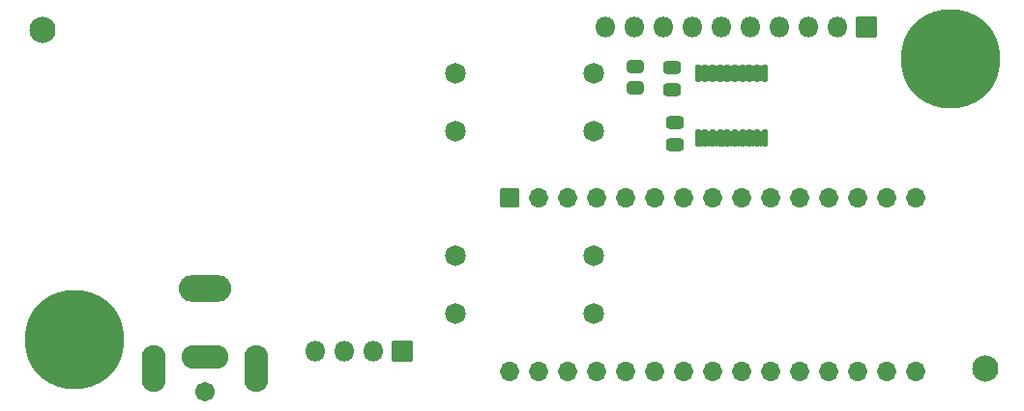
<source format=gbr>
G04 #@! TF.GenerationSoftware,KiCad,Pcbnew,(6.0.1)*
G04 #@! TF.CreationDate,2022-03-23T19:49:34+02:00*
G04 #@! TF.ProjectId,infinity-table-pcb,696e6669-6e69-4747-992d-7461626c652d,rev?*
G04 #@! TF.SameCoordinates,Original*
G04 #@! TF.FileFunction,Soldermask,Bot*
G04 #@! TF.FilePolarity,Negative*
%FSLAX46Y46*%
G04 Gerber Fmt 4.6, Leading zero omitted, Abs format (unit mm)*
G04 Created by KiCad (PCBNEW (6.0.1)) date 2022-03-23 19:49:34*
%MOMM*%
%LPD*%
G01*
G04 APERTURE LIST*
G04 Aperture macros list*
%AMRoundRect*
0 Rectangle with rounded corners*
0 $1 Rounding radius*
0 $2 $3 $4 $5 $6 $7 $8 $9 X,Y pos of 4 corners*
0 Add a 4 corners polygon primitive as box body*
4,1,4,$2,$3,$4,$5,$6,$7,$8,$9,$2,$3,0*
0 Add four circle primitives for the rounded corners*
1,1,$1+$1,$2,$3*
1,1,$1+$1,$4,$5*
1,1,$1+$1,$6,$7*
1,1,$1+$1,$8,$9*
0 Add four rect primitives between the rounded corners*
20,1,$1+$1,$2,$3,$4,$5,0*
20,1,$1+$1,$4,$5,$6,$7,0*
20,1,$1+$1,$6,$7,$8,$9,0*
20,1,$1+$1,$8,$9,$2,$3,0*%
G04 Aperture macros list end*
%ADD10C,2.302000*%
%ADD11C,8.702000*%
%ADD12C,1.826000*%
%ADD13RoundRect,0.051000X-0.800000X0.800000X-0.800000X-0.800000X0.800000X-0.800000X0.800000X0.800000X0*%
%ADD14O,1.702000X1.702000*%
%ADD15RoundRect,0.051000X0.850000X-0.850000X0.850000X0.850000X-0.850000X0.850000X-0.850000X-0.850000X0*%
%ADD16O,1.802000X1.802000*%
%ADD17C,1.702000*%
%ADD18O,4.602000X2.352000*%
%ADD19O,4.102000X2.102000*%
%ADD20O,2.102000X4.102000*%
%ADD21RoundRect,0.301000X-0.475000X0.250000X-0.475000X-0.250000X0.475000X-0.250000X0.475000X0.250000X0*%
%ADD22RoundRect,0.151000X-0.100000X0.637500X-0.100000X-0.637500X0.100000X-0.637500X0.100000X0.637500X0*%
%ADD23RoundRect,0.301000X-0.450000X0.262500X-0.450000X-0.262500X0.450000X-0.262500X0.450000X0.262500X0*%
G04 APERTURE END LIST*
D10*
X151130000Y-110998000D03*
D11*
X71323200Y-108458000D03*
D12*
X104724200Y-90170000D03*
X104724200Y-85090000D03*
X116814600Y-90170000D03*
X116814600Y-85090000D03*
D11*
X148031200Y-83820000D03*
D10*
X68580000Y-81280000D03*
D12*
X104749600Y-106172000D03*
X104749600Y-101092000D03*
X116840000Y-106172000D03*
X116840000Y-101092000D03*
D13*
X109423200Y-96012000D03*
D14*
X111963200Y-96012000D03*
X114503200Y-96012000D03*
X117043200Y-96012000D03*
X119583200Y-96012000D03*
X122123200Y-96012000D03*
X124663200Y-96012000D03*
X127203200Y-96012000D03*
X129743200Y-96012000D03*
X132283200Y-96012000D03*
X134823200Y-96012000D03*
X137363200Y-96012000D03*
X139903200Y-96012000D03*
X142443200Y-96012000D03*
X144983200Y-96012000D03*
X144983200Y-111252000D03*
X142443200Y-111252000D03*
X139903200Y-111252000D03*
X137363200Y-111252000D03*
X134823200Y-111252000D03*
X132283200Y-111252000D03*
X129743200Y-111252000D03*
X127203200Y-111252000D03*
X124663200Y-111252000D03*
X122123200Y-111252000D03*
X119583200Y-111252000D03*
X117043200Y-111252000D03*
X114503200Y-111252000D03*
X111963200Y-111252000D03*
X109423200Y-111252000D03*
D15*
X100076000Y-109474000D03*
D16*
X97536000Y-109474000D03*
X94996000Y-109474000D03*
X92456000Y-109474000D03*
D17*
X82804000Y-112982000D03*
D18*
X82804000Y-103982000D03*
D19*
X82804000Y-109982000D03*
D20*
X78304000Y-110982000D03*
X87304000Y-110982000D03*
D21*
X123952000Y-89408000D03*
X123952000Y-91308000D03*
X123698000Y-84582000D03*
X123698000Y-86482000D03*
D15*
X140716000Y-81026000D03*
D16*
X138176000Y-81026000D03*
X135636000Y-81026000D03*
X133096000Y-81026000D03*
X130556000Y-81026000D03*
X128016000Y-81026000D03*
X125476000Y-81026000D03*
X122936000Y-81026000D03*
X120396000Y-81026000D03*
X117856000Y-81026000D03*
D22*
X125924000Y-85043980D03*
X126574000Y-85043980D03*
X127224000Y-85043980D03*
X127874000Y-85043980D03*
X128524000Y-85043980D03*
X129174000Y-85043980D03*
X129824000Y-85043980D03*
X130474000Y-85043980D03*
X131124000Y-85043980D03*
X131774000Y-85043980D03*
X131774000Y-90768980D03*
X131124000Y-90768980D03*
X130474000Y-90768980D03*
X129824000Y-90768980D03*
X129174000Y-90768980D03*
X128524000Y-90768980D03*
X127874000Y-90768980D03*
X127224000Y-90768980D03*
X126574000Y-90768980D03*
X125924000Y-90768980D03*
D23*
X120497600Y-84480400D03*
X120497600Y-86305400D03*
G36*
X127452891Y-90054354D02*
G01*
X127499944Y-90093677D01*
X127568660Y-90102310D01*
X127631289Y-90072347D01*
X127638800Y-90063677D01*
X127640690Y-90063023D01*
X127642202Y-90064333D01*
X127641975Y-90066098D01*
X127636379Y-90074474D01*
X127625000Y-90131679D01*
X127625000Y-91406281D01*
X127636379Y-91463486D01*
X127648055Y-91480960D01*
X127648186Y-91482956D01*
X127646523Y-91484067D01*
X127645109Y-91483606D01*
X127598056Y-91444283D01*
X127529340Y-91435650D01*
X127466711Y-91465613D01*
X127459200Y-91474283D01*
X127457310Y-91474937D01*
X127455798Y-91473627D01*
X127456025Y-91471862D01*
X127461621Y-91463486D01*
X127473000Y-91406281D01*
X127473000Y-90131679D01*
X127461621Y-90074474D01*
X127449945Y-90057000D01*
X127449814Y-90055004D01*
X127451477Y-90053893D01*
X127452891Y-90054354D01*
G37*
G36*
X128102891Y-90054354D02*
G01*
X128149944Y-90093677D01*
X128218660Y-90102310D01*
X128281289Y-90072347D01*
X128288800Y-90063677D01*
X128290690Y-90063023D01*
X128292202Y-90064333D01*
X128291975Y-90066098D01*
X128286379Y-90074474D01*
X128275000Y-90131679D01*
X128275000Y-91406281D01*
X128286379Y-91463486D01*
X128298055Y-91480960D01*
X128298186Y-91482956D01*
X128296523Y-91484067D01*
X128295109Y-91483606D01*
X128248056Y-91444283D01*
X128179340Y-91435650D01*
X128116711Y-91465613D01*
X128109200Y-91474283D01*
X128107310Y-91474937D01*
X128105798Y-91473627D01*
X128106025Y-91471862D01*
X128111621Y-91463486D01*
X128123000Y-91406281D01*
X128123000Y-90131679D01*
X128111621Y-90074474D01*
X128099945Y-90057000D01*
X128099814Y-90055004D01*
X128101477Y-90053893D01*
X128102891Y-90054354D01*
G37*
G36*
X128752891Y-90054354D02*
G01*
X128799944Y-90093677D01*
X128868660Y-90102310D01*
X128931289Y-90072347D01*
X128938800Y-90063677D01*
X128940690Y-90063023D01*
X128942202Y-90064333D01*
X128941975Y-90066098D01*
X128936379Y-90074474D01*
X128925000Y-90131679D01*
X128925000Y-91406281D01*
X128936379Y-91463486D01*
X128948055Y-91480960D01*
X128948186Y-91482956D01*
X128946523Y-91484067D01*
X128945109Y-91483606D01*
X128898056Y-91444283D01*
X128829340Y-91435650D01*
X128766711Y-91465613D01*
X128759200Y-91474283D01*
X128757310Y-91474937D01*
X128755798Y-91473627D01*
X128756025Y-91471862D01*
X128761621Y-91463486D01*
X128773000Y-91406281D01*
X128773000Y-90131679D01*
X128761621Y-90074474D01*
X128749945Y-90057000D01*
X128749814Y-90055004D01*
X128751477Y-90053893D01*
X128752891Y-90054354D01*
G37*
G36*
X126152891Y-90054354D02*
G01*
X126199944Y-90093677D01*
X126268660Y-90102310D01*
X126331289Y-90072347D01*
X126338800Y-90063677D01*
X126340690Y-90063023D01*
X126342202Y-90064333D01*
X126341975Y-90066098D01*
X126336379Y-90074474D01*
X126325000Y-90131679D01*
X126325000Y-91406281D01*
X126336379Y-91463486D01*
X126348055Y-91480960D01*
X126348186Y-91482956D01*
X126346523Y-91484067D01*
X126345109Y-91483606D01*
X126298056Y-91444283D01*
X126229340Y-91435650D01*
X126166711Y-91465613D01*
X126159200Y-91474283D01*
X126157310Y-91474937D01*
X126155798Y-91473627D01*
X126156025Y-91471862D01*
X126161621Y-91463486D01*
X126173000Y-91406281D01*
X126173000Y-90131679D01*
X126161621Y-90074474D01*
X126149945Y-90057000D01*
X126149814Y-90055004D01*
X126151477Y-90053893D01*
X126152891Y-90054354D01*
G37*
G36*
X130052891Y-90054354D02*
G01*
X130099944Y-90093677D01*
X130168660Y-90102310D01*
X130231289Y-90072347D01*
X130238800Y-90063677D01*
X130240690Y-90063023D01*
X130242202Y-90064333D01*
X130241975Y-90066098D01*
X130236379Y-90074474D01*
X130225000Y-90131679D01*
X130225000Y-91406281D01*
X130236379Y-91463486D01*
X130248055Y-91480960D01*
X130248186Y-91482956D01*
X130246523Y-91484067D01*
X130245109Y-91483606D01*
X130198056Y-91444283D01*
X130129340Y-91435650D01*
X130066711Y-91465613D01*
X130059200Y-91474283D01*
X130057310Y-91474937D01*
X130055798Y-91473627D01*
X130056025Y-91471862D01*
X130061621Y-91463486D01*
X130073000Y-91406281D01*
X130073000Y-90131679D01*
X130061621Y-90074474D01*
X130049945Y-90057000D01*
X130049814Y-90055004D01*
X130051477Y-90053893D01*
X130052891Y-90054354D01*
G37*
G36*
X126802891Y-90054354D02*
G01*
X126849944Y-90093677D01*
X126918660Y-90102310D01*
X126981289Y-90072347D01*
X126988800Y-90063677D01*
X126990690Y-90063023D01*
X126992202Y-90064333D01*
X126991975Y-90066098D01*
X126986379Y-90074474D01*
X126975000Y-90131679D01*
X126975000Y-91406281D01*
X126986379Y-91463486D01*
X126998055Y-91480960D01*
X126998186Y-91482956D01*
X126996523Y-91484067D01*
X126995109Y-91483606D01*
X126948056Y-91444283D01*
X126879340Y-91435650D01*
X126816711Y-91465613D01*
X126809200Y-91474283D01*
X126807310Y-91474937D01*
X126805798Y-91473627D01*
X126806025Y-91471862D01*
X126811621Y-91463486D01*
X126823000Y-91406281D01*
X126823000Y-90131679D01*
X126811621Y-90074474D01*
X126799945Y-90057000D01*
X126799814Y-90055004D01*
X126801477Y-90053893D01*
X126802891Y-90054354D01*
G37*
G36*
X130702891Y-90054354D02*
G01*
X130749944Y-90093677D01*
X130818660Y-90102310D01*
X130881289Y-90072347D01*
X130888800Y-90063677D01*
X130890690Y-90063023D01*
X130892202Y-90064333D01*
X130891975Y-90066098D01*
X130886379Y-90074474D01*
X130875000Y-90131679D01*
X130875000Y-91406281D01*
X130886379Y-91463486D01*
X130898055Y-91480960D01*
X130898186Y-91482956D01*
X130896523Y-91484067D01*
X130895109Y-91483606D01*
X130848056Y-91444283D01*
X130779340Y-91435650D01*
X130716711Y-91465613D01*
X130709200Y-91474283D01*
X130707310Y-91474937D01*
X130705798Y-91473627D01*
X130706025Y-91471862D01*
X130711621Y-91463486D01*
X130723000Y-91406281D01*
X130723000Y-90131679D01*
X130711621Y-90074474D01*
X130699945Y-90057000D01*
X130699814Y-90055004D01*
X130701477Y-90053893D01*
X130702891Y-90054354D01*
G37*
G36*
X131352891Y-90054354D02*
G01*
X131399944Y-90093677D01*
X131468660Y-90102310D01*
X131531289Y-90072347D01*
X131538800Y-90063677D01*
X131540690Y-90063023D01*
X131542202Y-90064333D01*
X131541975Y-90066098D01*
X131536379Y-90074474D01*
X131525000Y-90131679D01*
X131525000Y-91406281D01*
X131536379Y-91463486D01*
X131548055Y-91480960D01*
X131548186Y-91482956D01*
X131546523Y-91484067D01*
X131545109Y-91483606D01*
X131498056Y-91444283D01*
X131429340Y-91435650D01*
X131366711Y-91465613D01*
X131359200Y-91474283D01*
X131357310Y-91474937D01*
X131355798Y-91473627D01*
X131356025Y-91471862D01*
X131361621Y-91463486D01*
X131373000Y-91406281D01*
X131373000Y-90131679D01*
X131361621Y-90074474D01*
X131349945Y-90057000D01*
X131349814Y-90055004D01*
X131351477Y-90053893D01*
X131352891Y-90054354D01*
G37*
G36*
X129402891Y-90054354D02*
G01*
X129449944Y-90093677D01*
X129518660Y-90102310D01*
X129581289Y-90072347D01*
X129588800Y-90063677D01*
X129590690Y-90063023D01*
X129592202Y-90064333D01*
X129591975Y-90066098D01*
X129586379Y-90074474D01*
X129575000Y-90131679D01*
X129575000Y-91406281D01*
X129586379Y-91463486D01*
X129598055Y-91480960D01*
X129598186Y-91482956D01*
X129596523Y-91484067D01*
X129595109Y-91483606D01*
X129548056Y-91444283D01*
X129479340Y-91435650D01*
X129416711Y-91465613D01*
X129409200Y-91474283D01*
X129407310Y-91474937D01*
X129405798Y-91473627D01*
X129406025Y-91471862D01*
X129411621Y-91463486D01*
X129423000Y-91406281D01*
X129423000Y-90131679D01*
X129411621Y-90074474D01*
X129399945Y-90057000D01*
X129399814Y-90055004D01*
X129401477Y-90053893D01*
X129402891Y-90054354D01*
G37*
G36*
X126802891Y-84329354D02*
G01*
X126849944Y-84368677D01*
X126918660Y-84377310D01*
X126981289Y-84347347D01*
X126988800Y-84338677D01*
X126990690Y-84338023D01*
X126992202Y-84339333D01*
X126991975Y-84341098D01*
X126986379Y-84349474D01*
X126975000Y-84406679D01*
X126975000Y-85681281D01*
X126986379Y-85738486D01*
X126998055Y-85755960D01*
X126998186Y-85757956D01*
X126996523Y-85759067D01*
X126995109Y-85758606D01*
X126948056Y-85719283D01*
X126879340Y-85710650D01*
X126816711Y-85740613D01*
X126809200Y-85749283D01*
X126807310Y-85749937D01*
X126805798Y-85748627D01*
X126806025Y-85746862D01*
X126811621Y-85738486D01*
X126823000Y-85681281D01*
X126823000Y-84406679D01*
X126811621Y-84349474D01*
X126799945Y-84332000D01*
X126799814Y-84330004D01*
X126801477Y-84328893D01*
X126802891Y-84329354D01*
G37*
G36*
X128752891Y-84329354D02*
G01*
X128799944Y-84368677D01*
X128868660Y-84377310D01*
X128931289Y-84347347D01*
X128938800Y-84338677D01*
X128940690Y-84338023D01*
X128942202Y-84339333D01*
X128941975Y-84341098D01*
X128936379Y-84349474D01*
X128925000Y-84406679D01*
X128925000Y-85681281D01*
X128936379Y-85738486D01*
X128948055Y-85755960D01*
X128948186Y-85757956D01*
X128946523Y-85759067D01*
X128945109Y-85758606D01*
X128898056Y-85719283D01*
X128829340Y-85710650D01*
X128766711Y-85740613D01*
X128759200Y-85749283D01*
X128757310Y-85749937D01*
X128755798Y-85748627D01*
X128756025Y-85746862D01*
X128761621Y-85738486D01*
X128773000Y-85681281D01*
X128773000Y-84406679D01*
X128761621Y-84349474D01*
X128749945Y-84332000D01*
X128749814Y-84330004D01*
X128751477Y-84328893D01*
X128752891Y-84329354D01*
G37*
G36*
X128102891Y-84329354D02*
G01*
X128149944Y-84368677D01*
X128218660Y-84377310D01*
X128281289Y-84347347D01*
X128288800Y-84338677D01*
X128290690Y-84338023D01*
X128292202Y-84339333D01*
X128291975Y-84341098D01*
X128286379Y-84349474D01*
X128275000Y-84406679D01*
X128275000Y-85681281D01*
X128286379Y-85738486D01*
X128298055Y-85755960D01*
X128298186Y-85757956D01*
X128296523Y-85759067D01*
X128295109Y-85758606D01*
X128248056Y-85719283D01*
X128179340Y-85710650D01*
X128116711Y-85740613D01*
X128109200Y-85749283D01*
X128107310Y-85749937D01*
X128105798Y-85748627D01*
X128106025Y-85746862D01*
X128111621Y-85738486D01*
X128123000Y-85681281D01*
X128123000Y-84406679D01*
X128111621Y-84349474D01*
X128099945Y-84332000D01*
X128099814Y-84330004D01*
X128101477Y-84328893D01*
X128102891Y-84329354D01*
G37*
G36*
X129402891Y-84329354D02*
G01*
X129449944Y-84368677D01*
X129518660Y-84377310D01*
X129581289Y-84347347D01*
X129588800Y-84338677D01*
X129590690Y-84338023D01*
X129592202Y-84339333D01*
X129591975Y-84341098D01*
X129586379Y-84349474D01*
X129575000Y-84406679D01*
X129575000Y-85681281D01*
X129586379Y-85738486D01*
X129598055Y-85755960D01*
X129598186Y-85757956D01*
X129596523Y-85759067D01*
X129595109Y-85758606D01*
X129548056Y-85719283D01*
X129479340Y-85710650D01*
X129416711Y-85740613D01*
X129409200Y-85749283D01*
X129407310Y-85749937D01*
X129405798Y-85748627D01*
X129406025Y-85746862D01*
X129411621Y-85738486D01*
X129423000Y-85681281D01*
X129423000Y-84406679D01*
X129411621Y-84349474D01*
X129399945Y-84332000D01*
X129399814Y-84330004D01*
X129401477Y-84328893D01*
X129402891Y-84329354D01*
G37*
G36*
X130702891Y-84329354D02*
G01*
X130749944Y-84368677D01*
X130818660Y-84377310D01*
X130881289Y-84347347D01*
X130888800Y-84338677D01*
X130890690Y-84338023D01*
X130892202Y-84339333D01*
X130891975Y-84341098D01*
X130886379Y-84349474D01*
X130875000Y-84406679D01*
X130875000Y-85681281D01*
X130886379Y-85738486D01*
X130898055Y-85755960D01*
X130898186Y-85757956D01*
X130896523Y-85759067D01*
X130895109Y-85758606D01*
X130848056Y-85719283D01*
X130779340Y-85710650D01*
X130716711Y-85740613D01*
X130709200Y-85749283D01*
X130707310Y-85749937D01*
X130705798Y-85748627D01*
X130706025Y-85746862D01*
X130711621Y-85738486D01*
X130723000Y-85681281D01*
X130723000Y-84406679D01*
X130711621Y-84349474D01*
X130699945Y-84332000D01*
X130699814Y-84330004D01*
X130701477Y-84328893D01*
X130702891Y-84329354D01*
G37*
G36*
X130052891Y-84329354D02*
G01*
X130099944Y-84368677D01*
X130168660Y-84377310D01*
X130231289Y-84347347D01*
X130238800Y-84338677D01*
X130240690Y-84338023D01*
X130242202Y-84339333D01*
X130241975Y-84341098D01*
X130236379Y-84349474D01*
X130225000Y-84406679D01*
X130225000Y-85681281D01*
X130236379Y-85738486D01*
X130248055Y-85755960D01*
X130248186Y-85757956D01*
X130246523Y-85759067D01*
X130245109Y-85758606D01*
X130198056Y-85719283D01*
X130129340Y-85710650D01*
X130066711Y-85740613D01*
X130059200Y-85749283D01*
X130057310Y-85749937D01*
X130055798Y-85748627D01*
X130056025Y-85746862D01*
X130061621Y-85738486D01*
X130073000Y-85681281D01*
X130073000Y-84406679D01*
X130061621Y-84349474D01*
X130049945Y-84332000D01*
X130049814Y-84330004D01*
X130051477Y-84328893D01*
X130052891Y-84329354D01*
G37*
G36*
X126152891Y-84329354D02*
G01*
X126199944Y-84368677D01*
X126268660Y-84377310D01*
X126331289Y-84347347D01*
X126338800Y-84338677D01*
X126340690Y-84338023D01*
X126342202Y-84339333D01*
X126341975Y-84341098D01*
X126336379Y-84349474D01*
X126325000Y-84406679D01*
X126325000Y-85681281D01*
X126336379Y-85738486D01*
X126348055Y-85755960D01*
X126348186Y-85757956D01*
X126346523Y-85759067D01*
X126345109Y-85758606D01*
X126298056Y-85719283D01*
X126229340Y-85710650D01*
X126166711Y-85740613D01*
X126159200Y-85749283D01*
X126157310Y-85749937D01*
X126155798Y-85748627D01*
X126156025Y-85746862D01*
X126161621Y-85738486D01*
X126173000Y-85681281D01*
X126173000Y-84406679D01*
X126161621Y-84349474D01*
X126149945Y-84332000D01*
X126149814Y-84330004D01*
X126151477Y-84328893D01*
X126152891Y-84329354D01*
G37*
G36*
X131352891Y-84329354D02*
G01*
X131399944Y-84368677D01*
X131468660Y-84377310D01*
X131531289Y-84347347D01*
X131538800Y-84338677D01*
X131540690Y-84338023D01*
X131542202Y-84339333D01*
X131541975Y-84341098D01*
X131536379Y-84349474D01*
X131525000Y-84406679D01*
X131525000Y-85681281D01*
X131536379Y-85738486D01*
X131548055Y-85755960D01*
X131548186Y-85757956D01*
X131546523Y-85759067D01*
X131545109Y-85758606D01*
X131498056Y-85719283D01*
X131429340Y-85710650D01*
X131366711Y-85740613D01*
X131359200Y-85749283D01*
X131357310Y-85749937D01*
X131355798Y-85748627D01*
X131356025Y-85746862D01*
X131361621Y-85738486D01*
X131373000Y-85681281D01*
X131373000Y-84406679D01*
X131361621Y-84349474D01*
X131349945Y-84332000D01*
X131349814Y-84330004D01*
X131351477Y-84328893D01*
X131352891Y-84329354D01*
G37*
G36*
X127452891Y-84329354D02*
G01*
X127499944Y-84368677D01*
X127568660Y-84377310D01*
X127631289Y-84347347D01*
X127638800Y-84338677D01*
X127640690Y-84338023D01*
X127642202Y-84339333D01*
X127641975Y-84341098D01*
X127636379Y-84349474D01*
X127625000Y-84406679D01*
X127625000Y-85681281D01*
X127636379Y-85738486D01*
X127648055Y-85755960D01*
X127648186Y-85757956D01*
X127646523Y-85759067D01*
X127645109Y-85758606D01*
X127598056Y-85719283D01*
X127529340Y-85710650D01*
X127466711Y-85740613D01*
X127459200Y-85749283D01*
X127457310Y-85749937D01*
X127455798Y-85748627D01*
X127456025Y-85746862D01*
X127461621Y-85738486D01*
X127473000Y-85681281D01*
X127473000Y-84406679D01*
X127461621Y-84349474D01*
X127449945Y-84332000D01*
X127449814Y-84330004D01*
X127451477Y-84328893D01*
X127452891Y-84329354D01*
G37*
M02*

</source>
